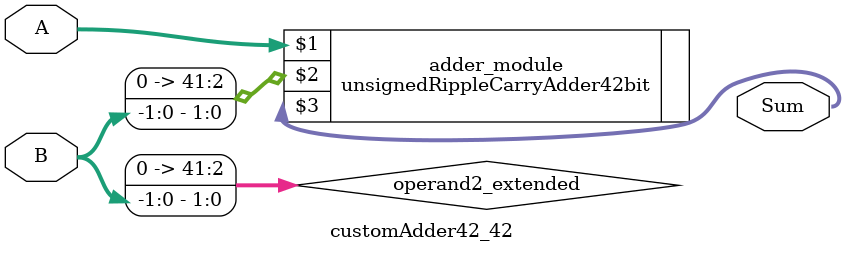
<source format=v>
module customAdder42_42(
                        input [41 : 0] A,
                        input [-1 : 0] B,
                        
                        output [42 : 0] Sum
                );

        wire [41 : 0] operand2_extended;
        
        assign operand2_extended =  {42'b0, B};
        
        unsignedRippleCarryAdder42bit adder_module(
            A,
            operand2_extended,
            Sum
        );
        
        endmodule
        
</source>
